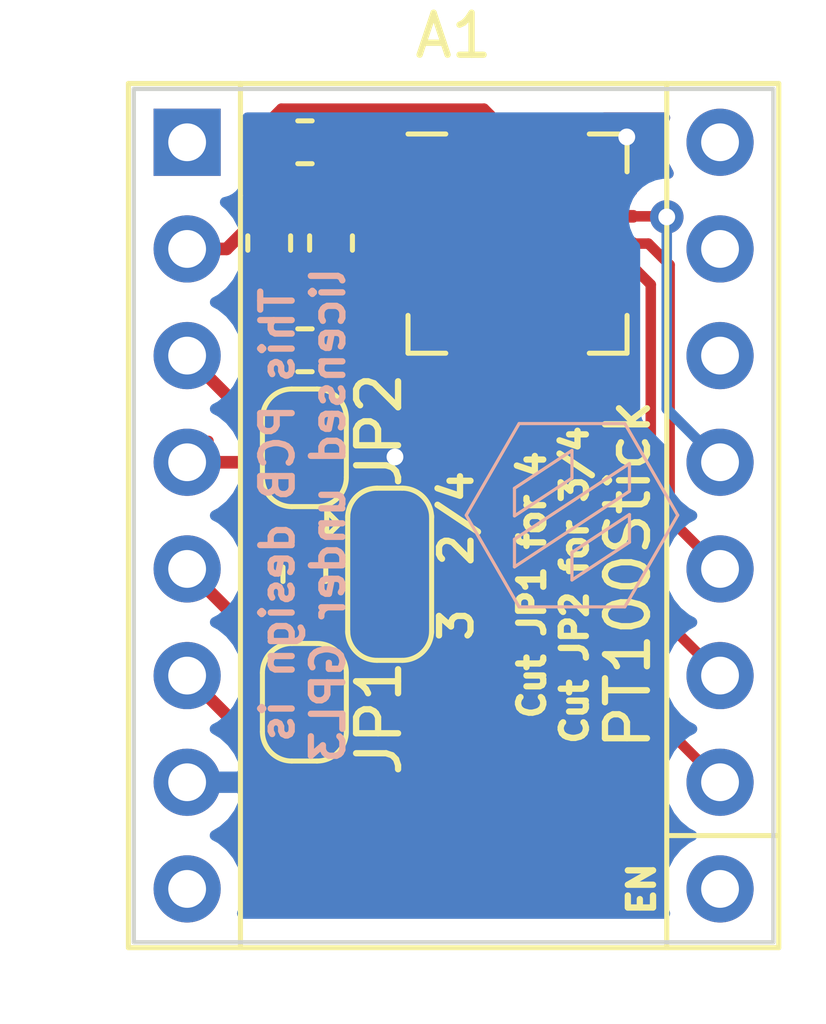
<source format=kicad_pcb>
(kicad_pcb (version 20171130) (host pcbnew "(5.1.4)-1")

  (general
    (thickness 1.6)
    (drawings 33)
    (tracks 108)
    (zones 0)
    (modules 10)
    (nets 23)
  )

  (page A4)
  (layers
    (0 F.Cu signal)
    (31 B.Cu signal)
    (32 B.Adhes user)
    (33 F.Adhes user)
    (34 B.Paste user)
    (35 F.Paste user)
    (36 B.SilkS user)
    (37 F.SilkS user)
    (38 B.Mask user)
    (39 F.Mask user)
    (40 Dwgs.User user)
    (41 Cmts.User user)
    (42 Eco1.User user)
    (43 Eco2.User user)
    (44 Edge.Cuts user)
    (45 Margin user)
    (46 B.CrtYd user)
    (47 F.CrtYd user)
    (48 B.Fab user)
    (49 F.Fab user)
  )

  (setup
    (last_trace_width 0.25)
    (user_trace_width 0.3)
    (user_trace_width 0.4)
    (trace_clearance 0.2)
    (zone_clearance 0.508)
    (zone_45_only no)
    (trace_min 0.2)
    (via_size 0.8)
    (via_drill 0.4)
    (via_min_size 0.4)
    (via_min_drill 0.3)
    (uvia_size 0.3)
    (uvia_drill 0.1)
    (uvias_allowed no)
    (uvia_min_size 0.2)
    (uvia_min_drill 0.1)
    (edge_width 0.05)
    (segment_width 0.2)
    (pcb_text_width 0.3)
    (pcb_text_size 1.5 1.5)
    (mod_edge_width 0.12)
    (mod_text_size 1 1)
    (mod_text_width 0.15)
    (pad_size 1.524 1.524)
    (pad_drill 0.762)
    (pad_to_mask_clearance 0.051)
    (solder_mask_min_width 0.25)
    (aux_axis_origin 0 0)
    (grid_origin 164.9476 74.93)
    (visible_elements 7FFFFFFF)
    (pcbplotparams
      (layerselection 0x010fc_ffffffff)
      (usegerberextensions false)
      (usegerberattributes false)
      (usegerberadvancedattributes false)
      (creategerberjobfile false)
      (excludeedgelayer true)
      (linewidth 0.100000)
      (plotframeref false)
      (viasonmask false)
      (mode 1)
      (useauxorigin false)
      (hpglpennumber 1)
      (hpglpenspeed 20)
      (hpglpendiameter 15.000000)
      (psnegative false)
      (psa4output false)
      (plotreference true)
      (plotvalue true)
      (plotinvisibletext false)
      (padsonsilk false)
      (subtractmaskfromsilk false)
      (outputformat 1)
      (mirror false)
      (drillshape 0)
      (scaleselection 1)
      (outputdirectory "../Production/Gerbers/"))
  )

  (net 0 "")
  (net 1 GND)
  (net 2 /MISO)
  (net 3 /CS)
  (net 4 /SCK)
  (net 5 /MOSI)
  (net 6 +3V3)
  (net 7 /BIAS)
  (net 8 "Net-(R1-Pad1)")
  (net 9 /FORCE+)
  (net 10 /FORCE-)
  (net 11 /RTDIN-)
  (net 12 /RTDIN+)
  (net 13 /FORCE2)
  (net 14 VDDA)
  (net 15 "Net-(A1-Pad16)")
  (net 16 "Net-(A1-Pad15)")
  (net 17 "Net-(A1-Pad14)")
  (net 18 "Net-(A1-Pad9)")
  (net 19 "Net-(A1-Pad1)")
  (net 20 "Net-(U1-Pad17)")
  (net 21 "Net-(U1-Pad18)")
  (net 22 +24V)

  (net_class Default "This is the default net class."
    (clearance 0.2)
    (trace_width 0.25)
    (via_dia 0.8)
    (via_drill 0.4)
    (uvia_dia 0.3)
    (uvia_drill 0.1)
    (add_net +24V)
    (add_net +3V3)
    (add_net /BIAS)
    (add_net /CS)
    (add_net /FORCE+)
    (add_net /FORCE-)
    (add_net /FORCE2)
    (add_net /MISO)
    (add_net /MOSI)
    (add_net /RTDIN+)
    (add_net /RTDIN-)
    (add_net /SCK)
    (add_net GND)
    (add_net "Net-(A1-Pad1)")
    (add_net "Net-(A1-Pad14)")
    (add_net "Net-(A1-Pad15)")
    (add_net "Net-(A1-Pad16)")
    (add_net "Net-(A1-Pad9)")
    (add_net "Net-(R1-Pad1)")
    (add_net "Net-(U1-Pad17)")
    (add_net "Net-(U1-Pad18)")
    (add_net VDDA)
  )

  (module PT100Stick:Pololu_Breakout-16_15.2x20.3mm (layer F.Cu) (tedit 5F35863F) (tstamp 5F079B55)
    (at 142.24 71.12)
    (descr "Pololu Breakout 16-pin 15.2x20.3mm 0.6x0.8\\")
    (tags "Pololu Breakout")
    (path /5F07B552)
    (fp_text reference A1 (at 6.35 -2.54) (layer F.SilkS)
      (effects (font (size 1 1) (thickness 0.15)))
    )
    (fp_text value Pololu_Breakout_A4988 (at 6.35 20.17) (layer F.Fab)
      (effects (font (size 1 1) (thickness 0.15)))
    )
    (fp_line (start 14.1 16.51) (end 11.43 16.51) (layer F.SilkS) (width 0.12))
    (fp_line (start 14.21 19.3) (end -1.53 19.3) (layer F.CrtYd) (width 0.05))
    (fp_line (start 14.21 19.3) (end 14.21 -1.52) (layer F.CrtYd) (width 0.05))
    (fp_line (start -1.53 -1.52) (end -1.53 19.3) (layer F.CrtYd) (width 0.05))
    (fp_line (start -1.53 -1.52) (end 14.21 -1.52) (layer F.CrtYd) (width 0.05))
    (fp_line (start -1.27 19.05) (end -1.27 -1.27) (layer F.Fab) (width 0.1))
    (fp_line (start 13.97 19.05) (end -1.27 19.05) (layer F.Fab) (width 0.1))
    (fp_line (start 13.97 -1.27) (end 13.97 19.05) (layer F.Fab) (width 0.1))
    (fp_line (start 0 -1.27) (end 13.97 -1.27) (layer F.Fab) (width 0.1))
    (fp_line (start -1.27 -1.27) (end 0 -1.27) (layer F.Fab) (width 0.1))
    (fp_line (start 14.1 -1.4) (end -1.4 -1.4) (layer F.SilkS) (width 0.12))
    (fp_line (start 14.1 19.18) (end 14.1 -1.4) (layer F.SilkS) (width 0.12))
    (fp_line (start -1.4 19.18) (end 14.1 19.18) (layer F.SilkS) (width 0.12))
    (fp_line (start -1.4 -1.4) (end -1.4 19.18) (layer F.SilkS) (width 0.12))
    (fp_line (start 1.27 -1.4) (end 1.27 1.27) (layer F.SilkS) (width 0.12))
    (fp_line (start 1.27 1.27) (end 1.27 19.18) (layer F.SilkS) (width 0.12))
    (fp_line (start 11.43 -1.4) (end 11.43 19.18) (layer F.SilkS) (width 0.12))
    (fp_text user %R (at 6.35 0) (layer F.Fab)
      (effects (font (size 1 1) (thickness 0.15)))
    )
    (pad 16 thru_hole oval (at 12.7 0) (size 1.6 1.6) (drill 0.9) (layers *.Cu *.Mask)
      (net 15 "Net-(A1-Pad16)"))
    (pad 8 thru_hole oval (at 0 17.78) (size 1.6 1.6) (drill 0.9) (layers *.Cu *.Mask)
      (net 22 +24V))
    (pad 15 thru_hole oval (at 12.7 2.54) (size 1.6 1.6) (drill 0.9) (layers *.Cu *.Mask)
      (net 16 "Net-(A1-Pad15)"))
    (pad 7 thru_hole oval (at 0 15.24) (size 1.6 1.6) (drill 0.9) (layers *.Cu *.Mask)
      (net 1 GND))
    (pad 14 thru_hole oval (at 12.7 5.08) (size 1.6 1.6) (drill 0.9) (layers *.Cu *.Mask)
      (net 17 "Net-(A1-Pad14)"))
    (pad 6 thru_hole oval (at 0 12.7) (size 1.6 1.6) (drill 0.9) (layers *.Cu *.Mask)
      (net 10 /FORCE-))
    (pad 13 thru_hole oval (at 12.7 7.62) (size 1.6 1.6) (drill 0.9) (layers *.Cu *.Mask)
      (net 5 /MOSI))
    (pad 5 thru_hole oval (at 0 10.16) (size 1.6 1.6) (drill 0.9) (layers *.Cu *.Mask)
      (net 11 /RTDIN-))
    (pad 12 thru_hole oval (at 12.7 10.16) (size 1.6 1.6) (drill 0.9) (layers *.Cu *.Mask)
      (net 3 /CS))
    (pad 4 thru_hole oval (at 0 7.62) (size 1.6 1.6) (drill 0.9) (layers *.Cu *.Mask)
      (net 12 /RTDIN+))
    (pad 11 thru_hole oval (at 12.7 12.7) (size 1.6 1.6) (drill 0.9) (layers *.Cu *.Mask)
      (net 4 /SCK))
    (pad 3 thru_hole oval (at 0 5.08) (size 1.6 1.6) (drill 0.9) (layers *.Cu *.Mask)
      (net 9 /FORCE+))
    (pad 10 thru_hole oval (at 12.7 15.24) (size 1.6 1.6) (drill 0.9) (layers *.Cu *.Mask)
      (net 2 /MISO))
    (pad 2 thru_hole oval (at 0 2.54) (size 1.6 1.6) (drill 0.9) (layers *.Cu *.Mask)
      (net 6 +3V3))
    (pad 9 thru_hole oval (at 12.7 17.78) (size 1.6 1.6) (drill 0.9) (layers *.Cu *.Mask)
      (net 18 "Net-(A1-Pad9)"))
    (pad 1 thru_hole rect (at 0 0) (size 1.6 1.6) (drill 0.9) (layers *.Cu *.Mask)
      (net 19 "Net-(A1-Pad1)"))
    (model ${KISYS3DMOD}/Module.3dshapes/Pololu_Breakout-16_15.2x20.3mm.wrl
      (at (xyz 0 0 0))
      (scale (xyz 1 1 1))
      (rotate (xyz 0 0 0))
    )
  )

  (module PT100Stick:SolderJumper-3_P1.3mm_Bridged12_RoundedPad1.0x1.5mm (layer F.Cu) (tedit 5C745321) (tstamp 5EBD8CF7)
    (at 147.066 81.407 270)
    (descr "SMD Solder 3-pad Jumper, 1x1.5mm rounded Pads, 0.3mm gap, pads 1-2 bridged with 1 copper strip")
    (tags "solder jumper open")
    (path /5EBB1790)
    (attr virtual)
    (fp_text reference JP3 (at 0 -1.8 90) (layer F.SilkS) hide
      (effects (font (size 1 1) (thickness 0.15)))
    )
    (fp_text value SolderJumper_3_Bridged12 (at 0 1.9 90) (layer F.Fab)
      (effects (font (size 1 1) (thickness 0.15)))
    )
    (fp_poly (pts (xy -0.9 -0.3) (xy -0.4 -0.3) (xy -0.4 0.3) (xy -0.9 0.3)) (layer F.Cu) (width 0))
    (fp_arc (start -1.35 -0.3) (end -1.35 -1) (angle -90) (layer F.SilkS) (width 0.12))
    (fp_arc (start -1.35 0.3) (end -2.05 0.3) (angle -90) (layer F.SilkS) (width 0.12))
    (fp_arc (start 1.35 0.3) (end 1.35 1) (angle -90) (layer F.SilkS) (width 0.12))
    (fp_arc (start 1.35 -0.3) (end 2.05 -0.3) (angle -90) (layer F.SilkS) (width 0.12))
    (fp_line (start 2.3 1.25) (end -2.3 1.25) (layer F.CrtYd) (width 0.05))
    (fp_line (start 2.3 1.25) (end 2.3 -1.25) (layer F.CrtYd) (width 0.05))
    (fp_line (start -2.3 -1.25) (end -2.3 1.25) (layer F.CrtYd) (width 0.05))
    (fp_line (start -2.3 -1.25) (end 2.3 -1.25) (layer F.CrtYd) (width 0.05))
    (fp_line (start -1.4 -1) (end 1.4 -1) (layer F.SilkS) (width 0.12))
    (fp_line (start 2.05 -0.3) (end 2.05 0.3) (layer F.SilkS) (width 0.12))
    (fp_line (start 1.4 1) (end -1.4 1) (layer F.SilkS) (width 0.12))
    (fp_line (start -2.05 0.3) (end -2.05 -0.3) (layer F.SilkS) (width 0.12))
    (fp_line (start -1.2 1.2) (end -1.5 1.5) (layer F.SilkS) (width 0.12))
    (fp_line (start -1.5 1.5) (end -0.9 1.5) (layer F.SilkS) (width 0.12))
    (fp_line (start -1.2 1.2) (end -0.9 1.5) (layer F.SilkS) (width 0.12))
    (pad 1 smd custom (at -1.3 0 270) (size 1 0.5) (layers F.Cu F.Mask)
      (net 1 GND) (zone_connect 2)
      (options (clearance outline) (anchor rect))
      (primitives
        (gr_circle (center 0 0.25) (end 0.5 0.25) (width 0))
        (gr_circle (center 0 -0.25) (end 0.5 -0.25) (width 0))
        (gr_poly (pts
           (xy 0.55 -0.75) (xy 0 -0.75) (xy 0 0.75) (xy 0.55 0.75)) (width 0))
      ))
    (pad 2 smd rect (at 0 0 270) (size 1 1.5) (layers F.Cu F.Mask)
      (net 13 /FORCE2))
    (pad 3 smd custom (at 1.3 0 270) (size 1 0.5) (layers F.Cu F.Mask)
      (net 12 /RTDIN+) (zone_connect 2)
      (options (clearance outline) (anchor rect))
      (primitives
        (gr_circle (center 0 0.25) (end 0.5 0.25) (width 0))
        (gr_circle (center 0 -0.25) (end 0.5 -0.25) (width 0))
        (gr_poly (pts
           (xy -0.55 -0.75) (xy 0 -0.75) (xy 0 0.75) (xy -0.55 0.75)) (width 0))
      ))
  )

  (module PT100Stick:SolderJumper-2_P1.3mm_Bridged_RoundedPad1.0x1.5mm (layer F.Cu) (tedit 5C745284) (tstamp 5EBE0EA0)
    (at 145.034 78.396 270)
    (descr "SMD Solder Jumper, 1x1.5mm, rounded Pads, 0.3mm gap, bridged with 1 copper strip")
    (tags "solder jumper open")
    (path /5EBB06B7)
    (attr virtual)
    (fp_text reference JP2 (at -0.418 -1.778 90) (layer F.SilkS)
      (effects (font (size 1 1) (thickness 0.15)))
    )
    (fp_text value "Cut for 3/4" (at 0 1.9 90) (layer F.Fab)
      (effects (font (size 1 1) (thickness 0.15)))
    )
    (fp_poly (pts (xy 0.25 -0.3) (xy -0.25 -0.3) (xy -0.25 0.3) (xy 0.25 0.3)) (layer F.Cu) (width 0))
    (fp_line (start 1.65 1.25) (end -1.65 1.25) (layer F.CrtYd) (width 0.05))
    (fp_line (start 1.65 1.25) (end 1.65 -1.25) (layer F.CrtYd) (width 0.05))
    (fp_line (start -1.65 -1.25) (end -1.65 1.25) (layer F.CrtYd) (width 0.05))
    (fp_line (start -1.65 -1.25) (end 1.65 -1.25) (layer F.CrtYd) (width 0.05))
    (fp_line (start -0.7 -1) (end 0.7 -1) (layer F.SilkS) (width 0.12))
    (fp_line (start 1.4 -0.3) (end 1.4 0.3) (layer F.SilkS) (width 0.12))
    (fp_line (start 0.7 1) (end -0.7 1) (layer F.SilkS) (width 0.12))
    (fp_line (start -1.4 0.3) (end -1.4 -0.3) (layer F.SilkS) (width 0.12))
    (fp_arc (start -0.7 -0.3) (end -0.7 -1) (angle -90) (layer F.SilkS) (width 0.12))
    (fp_arc (start -0.7 0.3) (end -1.4 0.3) (angle -90) (layer F.SilkS) (width 0.12))
    (fp_arc (start 0.7 0.3) (end 0.7 1) (angle -90) (layer F.SilkS) (width 0.12))
    (fp_arc (start 0.7 -0.3) (end 1.4 -0.3) (angle -90) (layer F.SilkS) (width 0.12))
    (pad 1 smd custom (at -0.65 0 270) (size 1 0.5) (layers F.Cu F.Mask)
      (net 9 /FORCE+) (zone_connect 2)
      (options (clearance outline) (anchor rect))
      (primitives
        (gr_circle (center 0 0.25) (end 0.5 0.25) (width 0))
        (gr_circle (center 0 -0.25) (end 0.5 -0.25) (width 0))
        (gr_poly (pts
           (xy 0 -0.75) (xy 0.5 -0.75) (xy 0.5 0.75) (xy 0 0.75)) (width 0))
      ))
    (pad 2 smd custom (at 0.65 0 270) (size 1 0.5) (layers F.Cu F.Mask)
      (net 12 /RTDIN+) (zone_connect 2)
      (options (clearance outline) (anchor rect))
      (primitives
        (gr_circle (center 0 0.25) (end 0.5 0.25) (width 0))
        (gr_circle (center 0 -0.25) (end 0.5 -0.25) (width 0))
        (gr_poly (pts
           (xy 0 -0.75) (xy -0.5 -0.75) (xy -0.5 0.75) (xy 0 0.75)) (width 0))
      ))
  )

  (module PT100Stick:SolderJumper-2_P1.3mm_Bridged_RoundedPad1.0x1.5mm (layer F.Cu) (tedit 5C745284) (tstamp 5EBE0DF6)
    (at 145.034 84.455 90)
    (descr "SMD Solder Jumper, 1x1.5mm, rounded Pads, 0.3mm gap, bridged with 1 copper strip")
    (tags "solder jumper open")
    (path /5EBAE765)
    (attr virtual)
    (fp_text reference JP1 (at -0.381 1.778 90) (layer F.SilkS)
      (effects (font (size 1 1) (thickness 0.15)))
    )
    (fp_text value "Cut for 4" (at 0 1.9 90) (layer F.Fab)
      (effects (font (size 1 1) (thickness 0.15)))
    )
    (fp_poly (pts (xy 0.25 -0.3) (xy -0.25 -0.3) (xy -0.25 0.3) (xy 0.25 0.3)) (layer F.Cu) (width 0))
    (fp_line (start 1.65 1.25) (end -1.65 1.25) (layer F.CrtYd) (width 0.05))
    (fp_line (start 1.65 1.25) (end 1.65 -1.25) (layer F.CrtYd) (width 0.05))
    (fp_line (start -1.65 -1.25) (end -1.65 1.25) (layer F.CrtYd) (width 0.05))
    (fp_line (start -1.65 -1.25) (end 1.65 -1.25) (layer F.CrtYd) (width 0.05))
    (fp_line (start -0.7 -1) (end 0.7 -1) (layer F.SilkS) (width 0.12))
    (fp_line (start 1.4 -0.3) (end 1.4 0.3) (layer F.SilkS) (width 0.12))
    (fp_line (start 0.7 1) (end -0.7 1) (layer F.SilkS) (width 0.12))
    (fp_line (start -1.4 0.3) (end -1.4 -0.3) (layer F.SilkS) (width 0.12))
    (fp_arc (start -0.7 -0.3) (end -0.7 -1) (angle -90) (layer F.SilkS) (width 0.12))
    (fp_arc (start -0.7 0.3) (end -1.4 0.3) (angle -90) (layer F.SilkS) (width 0.12))
    (fp_arc (start 0.7 0.3) (end 0.7 1) (angle -90) (layer F.SilkS) (width 0.12))
    (fp_arc (start 0.7 -0.3) (end 1.4 -0.3) (angle -90) (layer F.SilkS) (width 0.12))
    (pad 1 smd custom (at -0.65 0 90) (size 1 0.5) (layers F.Cu F.Mask)
      (net 10 /FORCE-) (zone_connect 2)
      (options (clearance outline) (anchor rect))
      (primitives
        (gr_circle (center 0 0.25) (end 0.5 0.25) (width 0))
        (gr_circle (center 0 -0.25) (end 0.5 -0.25) (width 0))
        (gr_poly (pts
           (xy 0 -0.75) (xy 0.5 -0.75) (xy 0.5 0.75) (xy 0 0.75)) (width 0))
      ))
    (pad 2 smd custom (at 0.65 0 90) (size 1 0.5) (layers F.Cu F.Mask)
      (net 11 /RTDIN-) (zone_connect 2)
      (options (clearance outline) (anchor rect))
      (primitives
        (gr_circle (center 0 0.25) (end 0.5 0.25) (width 0))
        (gr_circle (center 0 -0.25) (end 0.5 -0.25) (width 0))
        (gr_poly (pts
           (xy 0 -0.75) (xy -0.5 -0.75) (xy -0.5 0.75) (xy 0 0.75)) (width 0))
      ))
  )

  (module PT100Stick:C_0603_1608Metric_Pad1.05x0.95mm_HandSolder (layer F.Cu) (tedit 5EBC34C0) (tstamp 5ECFFA5E)
    (at 145.669 73.519 270)
    (descr "Capacitor SMD 0603 (1608 Metric), square (rectangular) end terminal, IPC_7351 nominal with elongated pad for handsoldering. (Body size source: http://www.tortai-tech.com/upload/download/2011102023233369053.pdf), generated with kicad-footprint-generator")
    (tags "capacitor handsolder")
    (path /5EBF6A4F)
    (attr smd)
    (fp_text reference C3 (at 0 -1.43 90) (layer F.SilkS) hide
      (effects (font (size 1 1) (thickness 0.15)))
    )
    (fp_text value 0.1uF (at 0 1.43 90) (layer F.Fab)
      (effects (font (size 1 1) (thickness 0.15)))
    )
    (fp_text user %R (at 0 0 90) (layer F.Fab)
      (effects (font (size 0.4 0.4) (thickness 0.06)))
    )
    (fp_line (start 1.65 0.73) (end -1.65 0.73) (layer F.CrtYd) (width 0.05))
    (fp_line (start 1.65 -0.73) (end 1.65 0.73) (layer F.CrtYd) (width 0.05))
    (fp_line (start -1.65 -0.73) (end 1.65 -0.73) (layer F.CrtYd) (width 0.05))
    (fp_line (start -1.65 0.73) (end -1.65 -0.73) (layer F.CrtYd) (width 0.05))
    (fp_line (start -0.171267 0.51) (end 0.171267 0.51) (layer F.SilkS) (width 0.12))
    (fp_line (start -0.171267 -0.51) (end 0.171267 -0.51) (layer F.SilkS) (width 0.12))
    (fp_line (start 0.8 0.4) (end -0.8 0.4) (layer F.Fab) (width 0.1))
    (fp_line (start 0.8 -0.4) (end 0.8 0.4) (layer F.Fab) (width 0.1))
    (fp_line (start -0.8 -0.4) (end 0.8 -0.4) (layer F.Fab) (width 0.1))
    (fp_line (start -0.8 0.4) (end -0.8 -0.4) (layer F.Fab) (width 0.1))
    (pad 2 smd roundrect (at 0.875 0 270) (size 1.05 0.95) (layers F.Cu F.Paste F.Mask) (roundrect_rratio 0.25)
      (net 1 GND))
    (pad 1 smd roundrect (at -0.875 0 270) (size 1.05 0.95) (layers F.Cu F.Paste F.Mask) (roundrect_rratio 0.25)
      (net 14 VDDA))
    (model ${KIPRJMOD}/Library/3D_Packages/C_0603_1608Metric.wrl
      (at (xyz 0 0 0))
      (scale (xyz 1 1 1))
      (rotate (xyz 0 0 0))
    )
  )

  (module PT100Stick:R_0603_1608Metric_Pad1.05x0.95mm_HandSolder (layer F.Cu) (tedit 5B301BBD) (tstamp 5EBD9CEA)
    (at 145.048 76.073 180)
    (descr "Resistor SMD 0603 (1608 Metric), square (rectangular) end terminal, IPC_7351 nominal with elongated pad for handsoldering. (Body size source: http://www.tortai-tech.com/upload/download/2011102023233369053.pdf), generated with kicad-footprint-generator")
    (tags "resistor handsolder")
    (path /5EBADD3B)
    (attr smd)
    (fp_text reference R1 (at 0 -1.43) (layer F.SilkS) hide
      (effects (font (size 1 1) (thickness 0.15)))
    )
    (fp_text value 402 (at 0 1.43) (layer F.Fab)
      (effects (font (size 1 1) (thickness 0.15)))
    )
    (fp_text user %R (at 0 0) (layer F.Fab)
      (effects (font (size 0.4 0.4) (thickness 0.06)))
    )
    (fp_line (start 1.65 0.73) (end -1.65 0.73) (layer F.CrtYd) (width 0.05))
    (fp_line (start 1.65 -0.73) (end 1.65 0.73) (layer F.CrtYd) (width 0.05))
    (fp_line (start -1.65 -0.73) (end 1.65 -0.73) (layer F.CrtYd) (width 0.05))
    (fp_line (start -1.65 0.73) (end -1.65 -0.73) (layer F.CrtYd) (width 0.05))
    (fp_line (start -0.171267 0.51) (end 0.171267 0.51) (layer F.SilkS) (width 0.12))
    (fp_line (start -0.171267 -0.51) (end 0.171267 -0.51) (layer F.SilkS) (width 0.12))
    (fp_line (start 0.8 0.4) (end -0.8 0.4) (layer F.Fab) (width 0.1))
    (fp_line (start 0.8 -0.4) (end 0.8 0.4) (layer F.Fab) (width 0.1))
    (fp_line (start -0.8 -0.4) (end 0.8 -0.4) (layer F.Fab) (width 0.1))
    (fp_line (start -0.8 0.4) (end -0.8 -0.4) (layer F.Fab) (width 0.1))
    (pad 2 smd roundrect (at 0.875 0 180) (size 1.05 0.95) (layers F.Cu F.Paste F.Mask) (roundrect_rratio 0.25)
      (net 7 /BIAS))
    (pad 1 smd roundrect (at -0.875 0 180) (size 1.05 0.95) (layers F.Cu F.Paste F.Mask) (roundrect_rratio 0.25)
      (net 8 "Net-(R1-Pad1)"))
    (model ${KISYS3DMOD}/Resistor_SMD.3dshapes/R_0603_1608Metric.wrl
      (at (xyz 0 0 0))
      (scale (xyz 1 1 1))
      (rotate (xyz 0 0 0))
    )
  )

  (module PT100Stick:L_0603_1608Metric_Pad1.05x0.95mm_HandSolder (layer F.Cu) (tedit 5B301BBE) (tstamp 5EBD9CBA)
    (at 145.048 71.12)
    (descr "Capacitor SMD 0603 (1608 Metric), square (rectangular) end terminal, IPC_7351 nominal with elongated pad for handsoldering. (Body size source: http://www.tortai-tech.com/upload/download/2011102023233369053.pdf), generated with kicad-footprint-generator")
    (tags "inductor handsolder")
    (path /5EC32E91)
    (attr smd)
    (fp_text reference FB1 (at 0 -1.43) (layer F.SilkS) hide
      (effects (font (size 1 1) (thickness 0.15)))
    )
    (fp_text value Ferrite_Bead_Small (at 0 1.43) (layer F.Fab)
      (effects (font (size 1 1) (thickness 0.15)))
    )
    (fp_text user %R (at 0 0) (layer F.Fab)
      (effects (font (size 0.4 0.4) (thickness 0.06)))
    )
    (fp_line (start 1.65 0.73) (end -1.65 0.73) (layer F.CrtYd) (width 0.05))
    (fp_line (start 1.65 -0.73) (end 1.65 0.73) (layer F.CrtYd) (width 0.05))
    (fp_line (start -1.65 -0.73) (end 1.65 -0.73) (layer F.CrtYd) (width 0.05))
    (fp_line (start -1.65 0.73) (end -1.65 -0.73) (layer F.CrtYd) (width 0.05))
    (fp_line (start -0.171267 0.51) (end 0.171267 0.51) (layer F.SilkS) (width 0.12))
    (fp_line (start -0.171267 -0.51) (end 0.171267 -0.51) (layer F.SilkS) (width 0.12))
    (fp_line (start 0.8 0.4) (end -0.8 0.4) (layer F.Fab) (width 0.1))
    (fp_line (start 0.8 -0.4) (end 0.8 0.4) (layer F.Fab) (width 0.1))
    (fp_line (start -0.8 -0.4) (end 0.8 -0.4) (layer F.Fab) (width 0.1))
    (fp_line (start -0.8 0.4) (end -0.8 -0.4) (layer F.Fab) (width 0.1))
    (pad 2 smd roundrect (at 0.875 0) (size 1.05 0.95) (layers F.Cu F.Paste F.Mask) (roundrect_rratio 0.25)
      (net 14 VDDA))
    (pad 1 smd roundrect (at -0.875 0) (size 1.05 0.95) (layers F.Cu F.Paste F.Mask) (roundrect_rratio 0.25)
      (net 6 +3V3))
    (model ${KIPRJMOD}/Library/3D_Packages/L_0603_1608Metric.wrl
      (at (xyz 0 0 0))
      (scale (xyz 1 1 1))
      (rotate (xyz 0 0 0))
    )
  )

  (module PT100Stick:C_0603_1608Metric_Pad1.05x0.95mm_HandSolder (layer F.Cu) (tedit 5B301BBE) (tstamp 5EF27680)
    (at 144.1958 73.519 270)
    (descr "Capacitor SMD 0603 (1608 Metric), square (rectangular) end terminal, IPC_7351 nominal with elongated pad for handsoldering. (Body size source: http://www.tortai-tech.com/upload/download/2011102023233369053.pdf), generated with kicad-footprint-generator")
    (tags "capacitor handsolder")
    (path /5EC2A459)
    (attr smd)
    (fp_text reference C2 (at 0 -1.43 90) (layer F.SilkS) hide
      (effects (font (size 1 1) (thickness 0.15)))
    )
    (fp_text value 0.1uF (at 0 1.43 90) (layer F.Fab)
      (effects (font (size 1 1) (thickness 0.15)))
    )
    (fp_text user %R (at 0 0 90) (layer F.Fab)
      (effects (font (size 0.4 0.4) (thickness 0.06)))
    )
    (fp_line (start 1.65 0.73) (end -1.65 0.73) (layer F.CrtYd) (width 0.05))
    (fp_line (start 1.65 -0.73) (end 1.65 0.73) (layer F.CrtYd) (width 0.05))
    (fp_line (start -1.65 -0.73) (end 1.65 -0.73) (layer F.CrtYd) (width 0.05))
    (fp_line (start -1.65 0.73) (end -1.65 -0.73) (layer F.CrtYd) (width 0.05))
    (fp_line (start -0.171267 0.51) (end 0.171267 0.51) (layer F.SilkS) (width 0.12))
    (fp_line (start -0.171267 -0.51) (end 0.171267 -0.51) (layer F.SilkS) (width 0.12))
    (fp_line (start 0.8 0.4) (end -0.8 0.4) (layer F.Fab) (width 0.1))
    (fp_line (start 0.8 -0.4) (end 0.8 0.4) (layer F.Fab) (width 0.1))
    (fp_line (start -0.8 -0.4) (end 0.8 -0.4) (layer F.Fab) (width 0.1))
    (fp_line (start -0.8 0.4) (end -0.8 -0.4) (layer F.Fab) (width 0.1))
    (pad 2 smd roundrect (at 0.875 0 270) (size 1.05 0.95) (layers F.Cu F.Paste F.Mask) (roundrect_rratio 0.25)
      (net 1 GND))
    (pad 1 smd roundrect (at -0.875 0 270) (size 1.05 0.95) (layers F.Cu F.Paste F.Mask) (roundrect_rratio 0.25)
      (net 6 +3V3))
    (model ${KIPRJMOD}/Library/3D_Packages/C_0603_1608Metric.wrl
      (at (xyz 0 0 0))
      (scale (xyz 1 1 1))
      (rotate (xyz 0 0 0))
    )
  )

  (module PT100Stick:C_0603_1608Metric_Pad1.05x0.95mm_HandSolder (layer F.Cu) (tedit 5B301BBE) (tstamp 5EBD8D31)
    (at 145.034 81.407 270)
    (descr "Capacitor SMD 0603 (1608 Metric), square (rectangular) end terminal, IPC_7351 nominal with elongated pad for handsoldering. (Body size source: http://www.tortai-tech.com/upload/download/2011102023233369053.pdf), generated with kicad-footprint-generator")
    (tags "capacitor handsolder")
    (path /5EBB292B)
    (attr smd)
    (fp_text reference C1 (at 0 -1.43 90) (layer F.SilkS) hide
      (effects (font (size 1 1) (thickness 0.15)))
    )
    (fp_text value 0.1uF (at 0 1.43 90) (layer F.Fab)
      (effects (font (size 1 1) (thickness 0.15)))
    )
    (fp_text user %R (at 0 0 90) (layer F.Fab)
      (effects (font (size 0.4 0.4) (thickness 0.06)))
    )
    (fp_line (start 1.65 0.73) (end -1.65 0.73) (layer F.CrtYd) (width 0.05))
    (fp_line (start 1.65 -0.73) (end 1.65 0.73) (layer F.CrtYd) (width 0.05))
    (fp_line (start -1.65 -0.73) (end 1.65 -0.73) (layer F.CrtYd) (width 0.05))
    (fp_line (start -1.65 0.73) (end -1.65 -0.73) (layer F.CrtYd) (width 0.05))
    (fp_line (start -0.171267 0.51) (end 0.171267 0.51) (layer F.SilkS) (width 0.12))
    (fp_line (start -0.171267 -0.51) (end 0.171267 -0.51) (layer F.SilkS) (width 0.12))
    (fp_line (start 0.8 0.4) (end -0.8 0.4) (layer F.Fab) (width 0.1))
    (fp_line (start 0.8 -0.4) (end 0.8 0.4) (layer F.Fab) (width 0.1))
    (fp_line (start -0.8 -0.4) (end 0.8 -0.4) (layer F.Fab) (width 0.1))
    (fp_line (start -0.8 0.4) (end -0.8 -0.4) (layer F.Fab) (width 0.1))
    (pad 2 smd roundrect (at 0.875 0 270) (size 1.05 0.95) (layers F.Cu F.Paste F.Mask) (roundrect_rratio 0.25)
      (net 11 /RTDIN-))
    (pad 1 smd roundrect (at -0.875 0 270) (size 1.05 0.95) (layers F.Cu F.Paste F.Mask) (roundrect_rratio 0.25)
      (net 12 /RTDIN+))
    (model ${KISYS3DMOD}/Capacitor_SMD.3dshapes/C_0603_1608Metric.wrl
      (at (xyz 0 0 0))
      (scale (xyz 1 1 1))
      (rotate (xyz 0 0 0))
    )
  )

  (module PT100Stick:TQFN-20-1EP_5x5mm_P0.65mm_EP3.1x3.1mm (layer F.Cu) (tedit 5D3A0FA8) (tstamp 5EBAF105)
    (at 150.114 73.533)
    (descr "TQFN, 20 Pin (https://pdfserv.maximintegrated.com/package_dwgs/21-0140.PDF), generated with kicad-footprint-generator ipc_noLead_generator.py")
    (tags "TQFN NoLead")
    (path /5EBA27E8)
    (attr smd)
    (fp_text reference U1 (at 0 -3.8) (layer F.SilkS) hide
      (effects (font (size 1 1) (thickness 0.15)))
    )
    (fp_text value MAX31865ATP_ (at 0 3.8) (layer F.Fab)
      (effects (font (size 1 1) (thickness 0.15)))
    )
    (fp_line (start 1.71 -2.61) (end 2.61 -2.61) (layer F.SilkS) (width 0.12))
    (fp_line (start 2.61 -2.61) (end 2.61 -1.71) (layer F.SilkS) (width 0.12))
    (fp_line (start -1.71 2.61) (end -2.61 2.61) (layer F.SilkS) (width 0.12))
    (fp_line (start -2.61 2.61) (end -2.61 1.71) (layer F.SilkS) (width 0.12))
    (fp_line (start 1.71 2.61) (end 2.61 2.61) (layer F.SilkS) (width 0.12))
    (fp_line (start 2.61 2.61) (end 2.61 1.71) (layer F.SilkS) (width 0.12))
    (fp_line (start -1.71 -2.61) (end -2.61 -2.61) (layer F.SilkS) (width 0.12))
    (fp_line (start -1.5 -2.5) (end 2.5 -2.5) (layer F.Fab) (width 0.1))
    (fp_line (start 2.5 -2.5) (end 2.5 2.5) (layer F.Fab) (width 0.1))
    (fp_line (start 2.5 2.5) (end -2.5 2.5) (layer F.Fab) (width 0.1))
    (fp_line (start -2.5 2.5) (end -2.5 -1.5) (layer F.Fab) (width 0.1))
    (fp_line (start -2.5 -1.5) (end -1.5 -2.5) (layer F.Fab) (width 0.1))
    (fp_line (start -3.1 -3.1) (end -3.1 3.1) (layer F.CrtYd) (width 0.05))
    (fp_line (start -3.1 3.1) (end 3.1 3.1) (layer F.CrtYd) (width 0.05))
    (fp_line (start 3.1 3.1) (end 3.1 -3.1) (layer F.CrtYd) (width 0.05))
    (fp_line (start 3.1 -3.1) (end -3.1 -3.1) (layer F.CrtYd) (width 0.05))
    (fp_text user %R (at 0 0) (layer F.Fab)
      (effects (font (size 1 1) (thickness 0.15)))
    )
    (pad 21 smd roundrect (at 0 0) (size 3.1 3.1) (layers F.Cu F.Mask) (roundrect_rratio 0.08064499999999999)
      (net 1 GND))
    (pad "" smd roundrect (at -0.775 -0.775) (size 1.25 1.25) (layers F.Paste) (roundrect_rratio 0.2))
    (pad "" smd roundrect (at -0.775 0.775) (size 1.25 1.25) (layers F.Paste) (roundrect_rratio 0.2))
    (pad "" smd roundrect (at 0.775 -0.775) (size 1.25 1.25) (layers F.Paste) (roundrect_rratio 0.2))
    (pad "" smd roundrect (at 0.775 0.775) (size 1.25 1.25) (layers F.Paste) (roundrect_rratio 0.2))
    (pad 1 smd roundrect (at -2.3625 -1.3) (size 0.975 0.3) (layers F.Cu F.Paste F.Mask) (roundrect_rratio 0.25)
      (net 7 /BIAS))
    (pad 2 smd roundrect (at -2.3625 -0.65) (size 0.975 0.3) (layers F.Cu F.Paste F.Mask) (roundrect_rratio 0.25)
      (net 7 /BIAS))
    (pad 3 smd roundrect (at -2.3625 0) (size 0.975 0.3) (layers F.Cu F.Paste F.Mask) (roundrect_rratio 0.25)
      (net 8 "Net-(R1-Pad1)"))
    (pad 4 smd roundrect (at -2.3625 0.65) (size 0.975 0.3) (layers F.Cu F.Paste F.Mask) (roundrect_rratio 0.25)
      (net 8 "Net-(R1-Pad1)"))
    (pad 5 smd roundrect (at -2.3625 1.3) (size 0.975 0.3) (layers F.Cu F.Paste F.Mask) (roundrect_rratio 0.25)
      (net 9 /FORCE+))
    (pad 6 smd roundrect (at -1.3 2.3625) (size 0.3 0.975) (layers F.Cu F.Paste F.Mask) (roundrect_rratio 0.25)
      (net 13 /FORCE2))
    (pad 7 smd roundrect (at -0.65 2.3625) (size 0.3 0.975) (layers F.Cu F.Paste F.Mask) (roundrect_rratio 0.25)
      (net 12 /RTDIN+))
    (pad 8 smd roundrect (at 0 2.3625) (size 0.3 0.975) (layers F.Cu F.Paste F.Mask) (roundrect_rratio 0.25)
      (net 11 /RTDIN-))
    (pad 9 smd roundrect (at 0.65 2.3625) (size 0.3 0.975) (layers F.Cu F.Paste F.Mask) (roundrect_rratio 0.25)
      (net 10 /FORCE-))
    (pad 10 smd roundrect (at 1.3 2.3625) (size 0.3 0.975) (layers F.Cu F.Paste F.Mask) (roundrect_rratio 0.25)
      (net 1 GND))
    (pad 11 smd roundrect (at 2.3625 1.3) (size 0.975 0.3) (layers F.Cu F.Paste F.Mask) (roundrect_rratio 0.25)
      (net 2 /MISO))
    (pad 12 smd roundrect (at 2.3625 0.65) (size 0.975 0.3) (layers F.Cu F.Paste F.Mask) (roundrect_rratio 0.25)
      (net 4 /SCK))
    (pad 13 smd roundrect (at 2.3625 0) (size 0.975 0.3) (layers F.Cu F.Paste F.Mask) (roundrect_rratio 0.25)
      (net 3 /CS))
    (pad 14 smd roundrect (at 2.3625 -0.65) (size 0.975 0.3) (layers F.Cu F.Paste F.Mask) (roundrect_rratio 0.25)
      (net 5 /MOSI))
    (pad 15 smd roundrect (at 2.3625 -1.3) (size 0.975 0.3) (layers F.Cu F.Paste F.Mask) (roundrect_rratio 0.25)
      (net 1 GND))
    (pad 16 smd roundrect (at 1.3 -2.3625) (size 0.3 0.975) (layers F.Cu F.Paste F.Mask) (roundrect_rratio 0.25)
      (net 1 GND))
    (pad 17 smd roundrect (at 0.65 -2.3625) (size 0.3 0.975) (layers F.Cu F.Paste F.Mask) (roundrect_rratio 0.25)
      (net 20 "Net-(U1-Pad17)"))
    (pad 18 smd roundrect (at 0 -2.3625) (size 0.3 0.975) (layers F.Cu F.Paste F.Mask) (roundrect_rratio 0.25)
      (net 21 "Net-(U1-Pad18)"))
    (pad 19 smd roundrect (at -0.65 -2.3625) (size 0.3 0.975) (layers F.Cu F.Paste F.Mask) (roundrect_rratio 0.25)
      (net 6 +3V3))
    (pad 20 smd roundrect (at -1.3 -2.3625) (size 0.3 0.975) (layers F.Cu F.Paste F.Mask) (roundrect_rratio 0.25)
      (net 14 VDDA))
    (model ${KISYS3DMOD}/Package_DFN_QFN.3dshapes/QFN-20-1EP_5x5mm_P0.65mm_EP3.35x3.35mm.wrl
      (at (xyz 0 0 0))
      (scale (xyz 1 1 1))
      (rotate (xyz 0 0 0))
    )
  )

  (gr_text EN (at 153.0731 88.9 90) (layer F.SilkS) (tstamp 5F35E432)
    (effects (font (size 0.6 0.6) (thickness 0.15)))
  )
  (gr_text "This PCB design is\nlicensed under GPL3" (at 144.9959 79.9973 90) (layer B.SilkS)
    (effects (font (size 0.75 0.75) (thickness 0.15)) (justify mirror))
  )
  (gr_line (start 150.15072 82.183899) (end 148.89066 80.001279) (layer B.SilkS) (width 0.075))
  (gr_line (start 152.67102 82.183899) (end 150.15072 82.183899) (layer B.SilkS) (width 0.075))
  (gr_line (start 152.67102 77.818719) (end 153.931199 80.001279) (layer B.SilkS) (width 0.075))
  (gr_line (start 148.89066 80.001279) (end 150.15072 77.818719) (layer B.SilkS) (width 0.075))
  (gr_line (start 153.931199 80.001279) (end 152.67102 82.183899) (layer B.SilkS) (width 0.075))
  (gr_line (start 152.781 80.643099) (end 152.781 79.9846) (layer B.SilkS) (width 0.075))
  (gr_line (start 153.931199 80.001279) (end 153.931199 80.001279) (layer B.SilkS) (width 0.075))
  (gr_line (start 150.15072 77.818719) (end 152.67102 77.818719) (layer B.SilkS) (width 0.075))
  (gr_line (start 150.04086 80.017839) (end 151.4109 79.117359) (layer B.SilkS) (width 0.075))
  (gr_line (start 150.04086 80.572719) (end 150.04086 81.231039) (layer B.SilkS) (width 0.075))
  (gr_line (start 152.781 78.771399) (end 150.04086 80.572719) (layer B.SilkS) (width 0.075))
  (gr_line (start 150.04086 79.359459) (end 150.04086 79.359459) (layer B.SilkS) (width 0.075))
  (gr_line (start 150.04086 79.359459) (end 150.04086 80.017839) (layer B.SilkS) (width 0.075))
  (gr_line (start 152.781 79.429779) (end 152.781 78.771399) (layer B.SilkS) (width 0.075))
  (gr_line (start 151.4109 78.458859) (end 150.04086 79.359459) (layer B.SilkS) (width 0.075))
  (gr_line (start 150.04086 81.231039) (end 152.781 79.429779) (layer B.SilkS) (width 0.075))
  (gr_line (start 151.4109 79.117359) (end 151.4109 78.458859) (layer B.SilkS) (width 0.075))
  (gr_line (start 150.04086 81.231039) (end 150.04086 81.231039) (layer B.SilkS) (width 0.075))
  (gr_line (start 151.4109 81.543699) (end 152.781 80.643099) (layer B.SilkS) (width 0.075))
  (gr_line (start 152.781 80.643099) (end 152.781 80.643099) (layer B.SilkS) (width 0.075))
  (gr_line (start 151.4109 80.885259) (end 151.4109 81.543699) (layer B.SilkS) (width 0.075))
  (gr_line (start 152.781 79.9846) (end 151.4109 80.885259) (layer B.SilkS) (width 0.075))
  (gr_text PT100Stick (at 152.7429 81.407 90) (layer F.SilkS)
    (effects (font (size 1 1) (thickness 0.15)))
  )
  (gr_text "Cut JP2 for 3/4" (at 151.4729 81.661 90) (layer F.SilkS) (tstamp 5EBCA6C4)
    (effects (font (size 0.6 0.6) (thickness 0.15)))
  )
  (gr_text "Cut JP1 for 4" (at 150.4569 81.661 90) (layer F.SilkS)
    (effects (font (size 0.6 0.6) (thickness 0.15)))
  )
  (gr_text 3 (at 148.6535 82.6135 90) (layer F.SilkS) (tstamp 5EBCA224)
    (effects (font (size 0.75 0.75) (thickness 0.15)))
  )
  (gr_text 2/4 (at 148.6535 80.0735 90) (layer F.SilkS)
    (effects (font (size 0.75 0.75) (thickness 0.15)))
  )
  (gr_line (start 156.21 69.85) (end 156.21 90.17) (layer Edge.Cuts) (width 0.1))
  (gr_line (start 140.97 69.85) (end 156.21 69.85) (layer Edge.Cuts) (width 0.1))
  (gr_line (start 140.97 90.17) (end 140.97 69.85) (layer Edge.Cuts) (width 0.1))
  (gr_line (start 156.21 90.17) (end 140.97 90.17) (layer Edge.Cuts) (width 0.1))

  (segment (start 151.414 71.193) (end 151.414 72.233) (width 0.25) (layer F.Cu) (net 1) (status 30))
  (segment (start 151.414 72.233) (end 150.114 73.533) (width 0.25) (layer F.Cu) (net 1) (status 30))
  (segment (start 152.454 72.233) (end 151.414 72.233) (width 0.25) (layer F.Cu) (net 1) (status 30))
  (via (at 152.7175 70.993) (size 0.8) (drill 0.4) (layers F.Cu B.Cu) (net 1))
  (segment (start 152.454 72.233) (end 152.454 71.2565) (width 0.25) (layer F.Cu) (net 1) (status 10))
  (segment (start 152.454 71.2565) (end 152.7175 70.993) (width 0.25) (layer F.Cu) (net 1))
  (segment (start 151.414 74.833) (end 150.114 73.533) (width 0.25) (layer F.Cu) (net 1) (status 30))
  (segment (start 151.414 75.873) (end 151.414 74.833) (width 0.25) (layer F.Cu) (net 1) (status 30))
  (segment (start 145.796 74.394) (end 145.796 74.196) (width 0.25) (layer F.Cu) (net 1) (status 30))
  (segment (start 145.669 74.394) (end 145.86448 74.394) (width 0.25) (layer F.Cu) (net 1) (status 30))
  (segment (start 146.48898 73.7695) (end 146.48898 72.84002) (width 0.25) (layer F.Cu) (net 1))
  (segment (start 145.86448 74.394) (end 146.48898 73.7695) (width 0.25) (layer F.Cu) (net 1) (status 10))
  (segment (start 146.48898 72.84002) (end 146.812 72.517) (width 0.25) (layer F.Cu) (net 1))
  (segment (start 146.812 72.119298) (end 147.303298 71.628) (width 0.25) (layer F.Cu) (net 1))
  (segment (start 146.812 72.517) (end 146.812 72.119298) (width 0.25) (layer F.Cu) (net 1))
  (segment (start 148.218298 71.628) (end 150.114 73.523702) (width 0.25) (layer F.Cu) (net 1) (status 20))
  (segment (start 150.114 73.523702) (end 150.114 73.533) (width 0.25) (layer F.Cu) (net 1) (status 30))
  (segment (start 147.303298 71.628) (end 148.218298 71.628) (width 0.25) (layer F.Cu) (net 1))
  (via (at 147.193 78.613) (size 0.8) (drill 0.4) (layers F.Cu B.Cu) (net 1))
  (segment (start 147.066 80.107) (end 147.066 78.74) (width 0.3) (layer F.Cu) (net 1) (status 10))
  (segment (start 147.066 78.74) (end 147.193 78.613) (width 0.3) (layer F.Cu) (net 1))
  (segment (start 151.414 75.8955) (end 151.414 75.916) (width 0.25) (layer F.Cu) (net 1) (status 30))
  (segment (start 152.4765 83.8965) (end 154.94 86.36) (width 0.25) (layer F.Cu) (net 2) (status 20))
  (segment (start 152.4765 74.833) (end 152.4765 83.8965) (width 0.25) (layer F.Cu) (net 2) (status 10))
  (segment (start 153.73902 74.040022) (end 153.73902 80.07902) (width 0.25) (layer F.Cu) (net 3))
  (segment (start 153.231998 73.533) (end 153.73902 74.040022) (width 0.25) (layer F.Cu) (net 3))
  (segment (start 153.73902 80.07902) (end 154.94 81.28) (width 0.25) (layer F.Cu) (net 3) (status 20))
  (segment (start 152.4765 73.533) (end 153.231998 73.533) (width 0.25) (layer F.Cu) (net 3) (status 10))
  (segment (start 153.28901 74.50801) (end 153.28901 82.16901) (width 0.25) (layer F.Cu) (net 4))
  (segment (start 152.4765 74.183) (end 152.964 74.183) (width 0.25) (layer F.Cu) (net 4) (status 10))
  (segment (start 153.28901 82.16901) (end 154.94 83.82) (width 0.25) (layer F.Cu) (net 4) (status 20))
  (segment (start 152.964 74.183) (end 153.28901 74.50801) (width 0.25) (layer F.Cu) (net 4))
  (segment (start 154.559 78.359) (end 154.94 78.74) (width 0.25) (layer B.Cu) (net 5) (status 30))
  (segment (start 154.686 78.994) (end 154.94 78.74) (width 0.25) (layer B.Cu) (net 5) (status 30))
  (via (at 153.67 72.898) (size 0.8) (drill 0.4) (layers F.Cu B.Cu) (net 5))
  (segment (start 152.4765 72.883) (end 153.655 72.883) (width 0.25) (layer F.Cu) (net 5) (status 10))
  (segment (start 153.655 72.883) (end 153.67 72.898) (width 0.25) (layer F.Cu) (net 5))
  (segment (start 153.67 77.47) (end 153.67 72.898) (width 0.25) (layer B.Cu) (net 5))
  (segment (start 154.94 78.74) (end 153.67 77.47) (width 0.25) (layer B.Cu) (net 5))
  (segment (start 144.48401 70.31999) (end 149.31599 70.31999) (width 0.25) (layer F.Cu) (net 6))
  (segment (start 149.31599 70.31999) (end 149.464 70.468) (width 0.25) (layer F.Cu) (net 6))
  (segment (start 144.159 70.645) (end 144.48401 70.31999) (width 0.25) (layer F.Cu) (net 6) (status 10))
  (segment (start 149.464 70.468) (end 149.464 71.193) (width 0.25) (layer F.Cu) (net 6) (status 20))
  (segment (start 144.159 71.12) (end 144.159 70.645) (width 0.25) (layer F.Cu) (net 6) (status 30))
  (segment (start 144.173 71.32349) (end 144.173 71.12) (width 0.25) (layer F.Cu) (net 6) (status 30))
  (segment (start 143.1798 73.66) (end 144.1958 72.644) (width 0.3) (layer F.Cu) (net 6) (status 20))
  (segment (start 142.24 73.66) (end 143.1798 73.66) (width 0.3) (layer F.Cu) (net 6) (status 10))
  (segment (start 144.1958 71.1428) (end 144.173 71.12) (width 0.3) (layer F.Cu) (net 6) (status 30))
  (segment (start 144.1958 72.644) (end 144.1958 71.1428) (width 0.3) (layer F.Cu) (net 6) (status 30))
  (segment (start 144.49651 76.073) (end 145.3255 75.24401) (width 0.25) (layer F.Cu) (net 7) (status 10))
  (segment (start 144.3 76.073) (end 144.49651 76.073) (width 0.25) (layer F.Cu) (net 7) (status 30))
  (segment (start 145.3255 75.24401) (end 146.1395 75.24401) (width 0.25) (layer F.Cu) (net 7))
  (segment (start 146.1395 75.24401) (end 146.48899 74.89452) (width 0.25) (layer F.Cu) (net 7))
  (segment (start 147.7515 72.233) (end 147.7515 72.883) (width 0.25) (layer F.Cu) (net 7) (status 30))
  (segment (start 146.48899 74.89452) (end 146.488991 74.405897) (width 0.25) (layer F.Cu) (net 7))
  (segment (start 146.488991 74.405897) (end 146.93899 73.955898) (width 0.25) (layer F.Cu) (net 7))
  (segment (start 147.264 72.883) (end 147.7515 72.883) (width 0.25) (layer F.Cu) (net 7) (status 30))
  (segment (start 146.93899 73.20801) (end 147.264 72.883) (width 0.25) (layer F.Cu) (net 7) (status 20))
  (segment (start 146.93899 73.955898) (end 146.93899 73.20801) (width 0.25) (layer F.Cu) (net 7))
  (segment (start 147.774 73.533) (end 147.774 74.183) (width 0.25) (layer F.Cu) (net 8) (status 30))
  (segment (start 147.348298 74.183) (end 146.939 74.592298) (width 0.25) (layer F.Cu) (net 8) (status 10))
  (segment (start 147.7515 74.183) (end 147.348298 74.183) (width 0.25) (layer F.Cu) (net 8) (status 30))
  (segment (start 146.448 76.073) (end 145.923 76.073) (width 0.25) (layer F.Cu) (net 8) (status 20))
  (segment (start 146.939 75.582) (end 146.448 76.073) (width 0.25) (layer F.Cu) (net 8))
  (segment (start 146.939 74.592298) (end 146.939 75.582) (width 0.25) (layer F.Cu) (net 8))
  (segment (start 147.7515 75.776092) (end 147.7515 74.833) (width 0.3) (layer F.Cu) (net 9) (status 20))
  (segment (start 145.781592 77.746) (end 147.7515 75.776092) (width 0.3) (layer F.Cu) (net 9) (status 10))
  (segment (start 145.034 77.746) (end 145.781592 77.746) (width 0.3) (layer F.Cu) (net 9) (status 30))
  (segment (start 143.786 77.746) (end 142.24 76.2) (width 0.3) (layer F.Cu) (net 9))
  (segment (start 145.034 77.746) (end 143.786 77.746) (width 0.3) (layer F.Cu) (net 9))
  (segment (start 142.606 83.454) (end 142.24 83.82) (width 0.25) (layer F.Cu) (net 10) (status 30))
  (segment (start 143.525 85.105) (end 142.24 83.82) (width 0.3) (layer F.Cu) (net 10) (status 20))
  (segment (start 145.034 85.105) (end 143.525 85.105) (width 0.3) (layer F.Cu) (net 10) (status 10))
  (segment (start 145.034 85.105) (end 147.051 85.105) (width 0.3) (layer F.Cu) (net 10) (status 10))
  (segment (start 150.764 81.392) (end 150.764 75.8955) (width 0.3) (layer F.Cu) (net 10) (status 20))
  (segment (start 147.051 85.105) (end 150.764 81.392) (width 0.3) (layer F.Cu) (net 10))
  (segment (start 150.114 81.107692) (end 150.114 75.8955) (width 0.3) (layer F.Cu) (net 11) (status 20))
  (segment (start 147.416692 83.805) (end 150.114 81.107692) (width 0.3) (layer F.Cu) (net 11))
  (segment (start 145.034 83.805) (end 147.416692 83.805) (width 0.3) (layer F.Cu) (net 11) (status 10))
  (segment (start 145.034 82.282) (end 145.034 83.805) (width 0.3) (layer F.Cu) (net 11) (status 30))
  (segment (start 144.765 83.805) (end 145.034 83.805) (width 0.3) (layer F.Cu) (net 11))
  (segment (start 142.24 81.28) (end 144.765 83.805) (width 0.3) (layer F.Cu) (net 11))
  (segment (start 142.748 78.232) (end 142.24 78.74) (width 0.25) (layer F.Cu) (net 12) (status 30))
  (segment (start 147.066 82.707) (end 147.798 82.707) (width 0.3) (layer F.Cu) (net 12) (status 30))
  (segment (start 149.464 81.041) (end 149.464 75.804) (width 0.3) (layer F.Cu) (net 12) (status 20))
  (segment (start 147.798 82.707) (end 149.464 81.041) (width 0.3) (layer F.Cu) (net 12) (status 10))
  (segment (start 149.464 75.804) (end 149.464 75.8955) (width 0.3) (layer F.Cu) (net 12) (status 30))
  (segment (start 144.728 78.74) (end 145.034 79.046) (width 0.3) (layer F.Cu) (net 12) (status 30))
  (segment (start 142.24 78.74) (end 144.728 78.74) (width 0.3) (layer F.Cu) (net 12) (status 30))
  (segment (start 145.034 79.046) (end 145.034 80.532) (width 0.3) (layer F.Cu) (net 12) (status 30))
  (segment (start 145.965999 82.354591) (end 146.318408 82.707) (width 0.3) (layer F.Cu) (net 12))
  (segment (start 146.318408 82.707) (end 147.066 82.707) (width 0.3) (layer F.Cu) (net 12) (status 20))
  (segment (start 145.965999 80.988999) (end 145.965999 82.354591) (width 0.3) (layer F.Cu) (net 12))
  (segment (start 145.509 80.532) (end 145.965999 80.988999) (width 0.3) (layer F.Cu) (net 12))
  (segment (start 145.034 80.532) (end 145.509 80.532) (width 0.3) (layer F.Cu) (net 12) (status 10))
  (segment (start 148.814 75.8955) (end 148.814 76.1538) (width 0.3) (layer F.Cu) (net 13) (status 30))
  (segment (start 148.814 76.1538) (end 148.8186 76.1584) (width 0.3) (layer F.Cu) (net 13) (status 30))
  (segment (start 148.116 81.407) (end 147.066 81.407) (width 0.3) (layer F.Cu) (net 13) (status 20))
  (segment (start 148.8186 80.7044) (end 148.116 81.407) (width 0.3) (layer F.Cu) (net 13))
  (segment (start 148.8186 76.1584) (end 148.8186 80.7044) (width 0.3) (layer F.Cu) (net 13) (status 10))
  (segment (start 148.741 71.12) (end 148.814 71.193) (width 0.25) (layer F.Cu) (net 14) (status 30))
  (segment (start 145.669 71.374) (end 145.923 71.12) (width 0.25) (layer F.Cu) (net 14) (status 30))
  (segment (start 145.669 72.644) (end 145.669 71.374) (width 0.25) (layer F.Cu) (net 14) (status 30))
  (segment (start 147.124388 71.1705) (end 148.814 71.1705) (width 0.25) (layer F.Cu) (net 14) (status 20))
  (segment (start 146.412888 71.882) (end 147.124388 71.1705) (width 0.25) (layer F.Cu) (net 14))
  (segment (start 145.669 72.644) (end 145.669 72.119) (width 0.25) (layer F.Cu) (net 14) (status 30))
  (segment (start 145.906 71.882) (end 146.412888 71.882) (width 0.25) (layer F.Cu) (net 14))
  (segment (start 145.669 72.119) (end 145.906 71.882) (width 0.25) (layer F.Cu) (net 14) (status 10))

  (zone (net 1) (net_name GND) (layer B.Cu) (tstamp 5EF39378) (hatch edge 0.508)
    (connect_pads (clearance 0.508))
    (min_thickness 0.254)
    (fill yes (arc_segments 32) (thermal_gap 0.508) (thermal_bridge_width 0.508))
    (polygon
      (pts
        (xy 156.21 90.17) (xy 140.97 90.17) (xy 140.97 69.85) (xy 156.21 69.85)
      )
    )
    (filled_polygon
      (pts
        (xy 153.607818 70.568192) (xy 153.525764 70.838691) (xy 153.498057 71.12) (xy 153.525764 71.401309) (xy 153.607818 71.671808)
        (xy 153.710012 71.863) (xy 153.568061 71.863) (xy 153.368102 71.902774) (xy 153.179744 71.980795) (xy 153.010226 72.094063)
        (xy 152.866063 72.238226) (xy 152.752795 72.407744) (xy 152.674774 72.596102) (xy 152.635 72.796061) (xy 152.635 72.999939)
        (xy 152.674774 73.199898) (xy 152.752795 73.388256) (xy 152.866063 73.557774) (xy 152.910001 73.601712) (xy 152.91 77.432677)
        (xy 152.906324 77.47) (xy 152.91 77.507322) (xy 152.91 77.507332) (xy 152.920997 77.618985) (xy 152.964454 77.762246)
        (xy 153.035026 77.894276) (xy 153.068221 77.934724) (xy 153.129999 78.010001) (xy 153.159003 78.033804) (xy 153.539292 78.414094)
        (xy 153.525764 78.458691) (xy 153.498057 78.74) (xy 153.525764 79.021309) (xy 153.607818 79.291808) (xy 153.741068 79.541101)
        (xy 153.920392 79.759608) (xy 154.138899 79.938932) (xy 154.271858 80.01) (xy 154.138899 80.081068) (xy 153.920392 80.260392)
        (xy 153.741068 80.478899) (xy 153.607818 80.728192) (xy 153.525764 80.998691) (xy 153.498057 81.28) (xy 153.525764 81.561309)
        (xy 153.607818 81.831808) (xy 153.741068 82.081101) (xy 153.920392 82.299608) (xy 154.138899 82.478932) (xy 154.271858 82.55)
        (xy 154.138899 82.621068) (xy 153.920392 82.800392) (xy 153.741068 83.018899) (xy 153.607818 83.268192) (xy 153.525764 83.538691)
        (xy 153.498057 83.82) (xy 153.525764 84.101309) (xy 153.607818 84.371808) (xy 153.741068 84.621101) (xy 153.920392 84.839608)
        (xy 154.138899 85.018932) (xy 154.271858 85.09) (xy 154.138899 85.161068) (xy 153.920392 85.340392) (xy 153.741068 85.558899)
        (xy 153.607818 85.808192) (xy 153.525764 86.078691) (xy 153.498057 86.36) (xy 153.525764 86.641309) (xy 153.607818 86.911808)
        (xy 153.741068 87.161101) (xy 153.920392 87.379608) (xy 154.138899 87.558932) (xy 154.271858 87.63) (xy 154.138899 87.701068)
        (xy 153.920392 87.880392) (xy 153.741068 88.098899) (xy 153.607818 88.348192) (xy 153.525764 88.618691) (xy 153.498057 88.9)
        (xy 153.525764 89.181309) (xy 153.607818 89.451808) (xy 153.62556 89.485) (xy 143.55444 89.485) (xy 143.572182 89.451808)
        (xy 143.654236 89.181309) (xy 143.681943 88.9) (xy 143.654236 88.618691) (xy 143.572182 88.348192) (xy 143.438932 88.098899)
        (xy 143.259608 87.880392) (xy 143.041101 87.701068) (xy 142.903318 87.627421) (xy 143.095131 87.512385) (xy 143.303519 87.323414)
        (xy 143.471037 87.09742) (xy 143.591246 86.843087) (xy 143.631904 86.709039) (xy 143.509915 86.487) (xy 142.367 86.487)
        (xy 142.367 86.507) (xy 142.113 86.507) (xy 142.113 86.487) (xy 142.093 86.487) (xy 142.093 86.233)
        (xy 142.113 86.233) (xy 142.113 86.213) (xy 142.367 86.213) (xy 142.367 86.233) (xy 143.509915 86.233)
        (xy 143.631904 86.010961) (xy 143.591246 85.876913) (xy 143.471037 85.62258) (xy 143.303519 85.396586) (xy 143.095131 85.207615)
        (xy 142.903318 85.092579) (xy 143.041101 85.018932) (xy 143.259608 84.839608) (xy 143.438932 84.621101) (xy 143.572182 84.371808)
        (xy 143.654236 84.101309) (xy 143.681943 83.82) (xy 143.654236 83.538691) (xy 143.572182 83.268192) (xy 143.438932 83.018899)
        (xy 143.259608 82.800392) (xy 143.041101 82.621068) (xy 142.908142 82.55) (xy 143.041101 82.478932) (xy 143.259608 82.299608)
        (xy 143.438932 82.081101) (xy 143.572182 81.831808) (xy 143.654236 81.561309) (xy 143.681943 81.28) (xy 143.654236 80.998691)
        (xy 143.572182 80.728192) (xy 143.438932 80.478899) (xy 143.259608 80.260392) (xy 143.041101 80.081068) (xy 142.908142 80.01)
        (xy 143.041101 79.938932) (xy 143.259608 79.759608) (xy 143.438932 79.541101) (xy 143.572182 79.291808) (xy 143.654236 79.021309)
        (xy 143.681943 78.74) (xy 143.654236 78.458691) (xy 143.572182 78.188192) (xy 143.438932 77.938899) (xy 143.259608 77.720392)
        (xy 143.041101 77.541068) (xy 142.908142 77.47) (xy 143.041101 77.398932) (xy 143.259608 77.219608) (xy 143.438932 77.001101)
        (xy 143.572182 76.751808) (xy 143.654236 76.481309) (xy 143.681943 76.2) (xy 143.654236 75.918691) (xy 143.572182 75.648192)
        (xy 143.438932 75.398899) (xy 143.259608 75.180392) (xy 143.041101 75.001068) (xy 142.908142 74.93) (xy 143.041101 74.858932)
        (xy 143.259608 74.679608) (xy 143.438932 74.461101) (xy 143.572182 74.211808) (xy 143.654236 73.941309) (xy 143.681943 73.66)
        (xy 143.654236 73.378691) (xy 143.572182 73.108192) (xy 143.438932 72.858899) (xy 143.259608 72.640392) (xy 143.146518 72.547581)
        (xy 143.164482 72.545812) (xy 143.28418 72.509502) (xy 143.394494 72.450537) (xy 143.491185 72.371185) (xy 143.570537 72.274494)
        (xy 143.629502 72.16418) (xy 143.665812 72.044482) (xy 143.678072 71.92) (xy 143.678072 70.535) (xy 153.62556 70.535)
      )
    )
  )
  (zone (net 1) (net_name GND) (layer F.Cu) (tstamp 5EF39375) (hatch edge 0.508)
    (connect_pads (clearance 0.508))
    (min_thickness 0.254)
    (fill yes (arc_segments 32) (thermal_gap 0.508) (thermal_bridge_width 0.508))
    (polygon
      (pts
        (xy 156.1846 75.8698) (xy 140.9446 75.8698) (xy 140.97 69.85) (xy 156.21 69.85)
      )
    )
    (filled_polygon
      (pts
        (xy 144.3228 74.267) (xy 145.542 74.267) (xy 145.542 74.247) (xy 145.742995 74.247) (xy 145.739989 74.25691)
        (xy 145.728992 74.368563) (xy 145.725315 74.405897) (xy 145.728992 74.443227) (xy 145.728992 74.48401) (xy 145.362823 74.48401)
        (xy 145.3255 74.480334) (xy 145.288177 74.48401) (xy 145.288167 74.48401) (xy 145.176514 74.495007) (xy 145.090825 74.521)
        (xy 144.3228 74.521) (xy 144.3228 74.541) (xy 144.0688 74.541) (xy 144.0688 74.521) (xy 144.0488 74.521)
        (xy 144.0488 74.267) (xy 144.0688 74.267) (xy 144.0688 74.247) (xy 144.3228 74.247)
      )
    )
    (filled_polygon
      (pts
        (xy 150.241 73.406) (xy 150.261 73.406) (xy 150.261 73.66) (xy 150.241 73.66) (xy 150.241 73.68)
        (xy 149.987 73.68) (xy 149.987 73.66) (xy 149.967 73.66) (xy 149.967 73.406) (xy 149.987 73.406)
        (xy 149.987 73.386) (xy 150.241 73.386)
      )
    )
    (filled_polygon
      (pts
        (xy 153.607818 70.568192) (xy 153.525764 70.838691) (xy 153.498057 71.12) (xy 153.525764 71.401309) (xy 153.607818 71.671808)
        (xy 153.710012 71.863) (xy 153.568061 71.863) (xy 153.560671 71.86447) (xy 153.548573 71.827245) (xy 153.487445 71.718115)
        (xy 153.406201 71.623007) (xy 153.307964 71.545576) (xy 153.196509 71.488799) (xy 153.076119 71.454856) (xy 152.951419 71.445052)
        (xy 152.76225 71.448) (xy 152.6035 71.60675) (xy 152.6035 72.094928) (xy 152.3495 72.094928) (xy 152.3495 71.60675)
        (xy 152.04025 71.2975) (xy 151.552072 71.2975) (xy 151.552072 71.0435) (xy 152.04025 71.0435) (xy 152.199 70.88475)
        (xy 152.201948 70.695581) (xy 152.192144 70.570881) (xy 152.182028 70.535) (xy 153.62556 70.535)
      )
    )
  )
)

</source>
